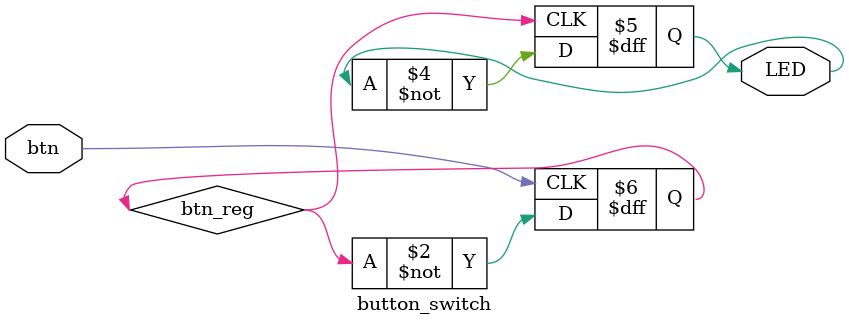
<source format=v>
`timescale 1ns / 1ps


module button_switch(
    input btn,      // Button input
    output reg LED // LED output
);

// Define the LED and button signals
reg btn_reg;

// Assign button signal
always @ (posedge btn)
    btn_reg <= ~btn_reg;

// Toggle LED when button is pressed
always @ (posedge btn_reg)
    LED <= ~LED;

endmodule




</source>
